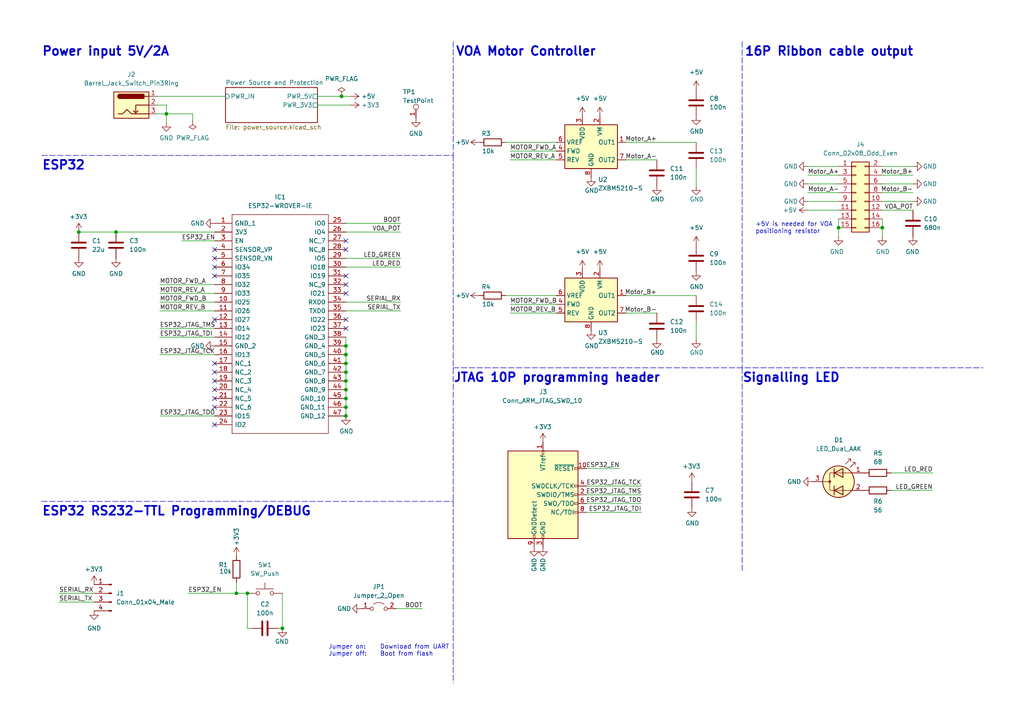
<source format=kicad_sch>
(kicad_sch (version 20211123) (generator eeschema)
  (paper "A4")
  (title_block (title "Voltage Controlled Amplifier (VOA) controller board") (date "2022-10-04") (rev "2.0") (company "Degined by Márk Mihalik"))
  (lib_symbols
    (symbol "Connector:Barrel_Jack_Switch_Pin3Ring" (pin_names hide)
      (property "Reference" "J" (at 0 5.334 0))
      (property "Value" "Barrel_Jack_Switch_Pin3Ring" (at 0 -5.08 0))
      (symbol "Barrel_Jack_Switch_Pin3Ring_0_1"
        (rectangle (start -5.08 3.81) (end 5.08 -3.81) (stroke (width 0.254)) (fill (type background)))
        (arc (start -3.302 3.175) (mid -3.937 2.54) (end -3.302 1.905) (stroke (width 0.254)))
        (arc (start -3.302 3.175) (mid -3.937 2.54) (end -3.302 1.905) (stroke (width 0.254)) (fill (type outline)))
        (polyline (pts (xy 1.27 -2.286) (xy 1.905 -1.651)) (stroke (width 0.254)))
        (polyline (pts (xy 5.08 2.54) (xy 3.81 2.54)) (stroke (width 0.254)))
        (polyline (pts (xy 5.08 0) (xy 1.27 0) (xy 1.27 -2.286) (xy 0.635 -1.651)) (stroke (width 0.254)))
        (polyline (pts (xy -3.81 -2.54) (xy -2.54 -2.54) (xy -1.27 -1.27) (xy 0 -2.54) (xy 2.54 -2.54) (xy 5.08 -2.54)) (stroke (width 0.254)))
        (rectangle (start 3.683 3.175) (end -3.302 1.905) (stroke (width 0.254)) (fill (type outline)))
      )
      (symbol "Barrel_Jack_Switch_Pin3Ring_1_1"
        (pin passive line (at 7.62 2.54 180) (length 2.54) (name "~") (number "1"))
        (pin passive line (at 7.62 0 180) (length 2.54) (name "~") (number "2"))
        (pin passive line (at 7.62 -2.54 180) (length 2.54) (name "~") (number "3"))
      )
    )
    (symbol "Connector:Conn_01x04_Male" (pin_names (offset 1.016) hide)
      (property "Reference" "J" (at 0 5.08 0))
      (property "Value" "Conn_01x04_Male" (at 0 -7.62 0))
      (symbol "Conn_01x04_Male_1_1"
        (polyline (pts (xy 1.27 -5.08) (xy 0.8636 -5.08)) (stroke (width 0.1524)))
        (polyline (pts (xy 1.27 -2.54) (xy 0.8636 -2.54)) (stroke (width 0.1524)))
        (polyline (pts (xy 1.27 0) (xy 0.8636 0)) (stroke (width 0.1524)))
        (polyline (pts (xy 1.27 2.54) (xy 0.8636 2.54)) (stroke (width 0.1524)))
        (rectangle (start 0.8636 -4.953) (end 0 -5.207) (stroke (width 0.1524)) (fill (type outline)))
        (rectangle (start 0.8636 -2.413) (end 0 -2.667) (stroke (width 0.1524)) (fill (type outline)))
        (rectangle (start 0.8636 0.127) (end 0 -0.127) (stroke (width 0.1524)) (fill (type outline)))
        (rectangle (start 0.8636 2.667) (end 0 2.413) (stroke (width 0.1524)) (fill (type outline)))
        (pin passive line (at 5.08 2.54 180) (length 3.81) (name "Pin_1") (number "1"))
        (pin passive line (at 5.08 0 180) (length 3.81) (name "Pin_2") (number "2"))
        (pin passive line (at 5.08 -2.54 180) (length 3.81) (name "Pin_3") (number "3"))
        (pin passive line (at 5.08 -5.08 180) (length 3.81) (name "Pin_4") (number "4"))
      )
    )
    (symbol "Connector:Conn_ARM_JTAG_SWD_10" (pin_names (offset 1.016))
      (property "Reference" "J" (at -2.54 16.51 0))
      (property "Value" "Conn_ARM_JTAG_SWD_10" (at -2.54 13.97 0))
      (symbol "Conn_ARM_JTAG_SWD_10_0_1"
        (rectangle (start -10.16 12.7) (end 10.16 -12.7) (stroke (width 0.254)) (fill (type background)))
        (rectangle (start -2.794 -12.7) (end -2.286 -11.684))
        (rectangle (start -0.254 -12.7) (end 0.254 -11.684))
        (rectangle (start -0.254 12.7) (end 0.254 11.684))
        (rectangle (start 9.144 2.286) (end 10.16 2.794))
        (rectangle (start 10.16 -2.794) (end 9.144 -2.286))
        (rectangle (start 10.16 -0.254) (end 9.144 0.254))
        (rectangle (start 10.16 7.874) (end 9.144 7.366))
      )
      (symbol "Conn_ARM_JTAG_SWD_10_1_1"
        (rectangle (start 9.144 -5.334) (end 10.16 -4.826))
        (pin power_in line (at 0 15.24 270) (length 2.54) (name "VTref") (number "1"))
        (pin open_collector line (at 12.7 7.62 180) (length 2.54) (name "~{RESET}") (number "10"))
        (pin bidirectional line (at 12.7 0 180) (length 2.54) (name "SWDIO/TMS") (number "2"))
        (pin power_in line (at 0 -15.24 90) (length 2.54) (name "GND") (number "3"))
        (pin output line (at 12.7 2.54 180) (length 2.54) (name "SWDCLK/TCK") (number "4"))
        (pin passive line (at 0 -15.24 90) (length 2.54) hide (name "GND") (number "5"))
        (pin input line (at 12.7 -2.54 180) (length 2.54) (name "SWO/TDO") (number "6"))
        (pin no_connect line (at -10.16 0 0) (length 2.54) hide (name "KEY") (number "7"))
        (pin output line (at 12.7 -5.08 180) (length 2.54) (name "NC/TDI") (number "8"))
        (pin passive line (at -2.54 -15.24 90) (length 2.54) (name "GNDDetect") (number "9"))
      )
    )
    (symbol "Connector:TestPoint" (pin_names (offset 0.762) hide)
      (property "Reference" "TP" (at 0 6.858 0))
      (property "Value" "TestPoint" (at 0 5.08 0))
      (symbol "TestPoint_0_1"
        (circle (center 0 3.302) (radius 0.762))
      )
      (symbol "TestPoint_1_1"
        (pin passive line (at 0 0 90) (length 2.54) (name "1") (number "1"))
      )
    )
    (symbol "Connector_Generic:Conn_02x08_Odd_Even" (pin_names (offset 1.016) hide)
      (property "Reference" "J" (at 1.27 10.16 0))
      (property "Value" "Conn_02x08_Odd_Even" (at 1.27 -12.7 0))
      (symbol "Conn_02x08_Odd_Even_1_1"
        (rectangle (start -1.27 -10.033) (end 0 -10.287) (stroke (width 0.1524)))
        (rectangle (start -1.27 -7.493) (end 0 -7.747) (stroke (width 0.1524)))
        (rectangle (start -1.27 -4.953) (end 0 -5.207) (stroke (width 0.1524)))
        (rectangle (start -1.27 -2.413) (end 0 -2.667) (stroke (width 0.1524)))
        (rectangle (start -1.27 0.127) (end 0 -0.127) (stroke (width 0.1524)))
        (rectangle (start -1.27 2.667) (end 0 2.413) (stroke (width 0.1524)))
        (rectangle (start -1.27 5.207) (end 0 4.953) (stroke (width 0.1524)))
        (rectangle (start -1.27 7.747) (end 0 7.493) (stroke (width 0.1524)))
        (rectangle (start -1.27 8.89) (end 3.81 -11.43) (stroke (width 0.254)) (fill (type background)))
        (rectangle (start 3.81 -10.033) (end 2.54 -10.287) (stroke (width 0.1524)))
        (rectangle (start 3.81 -7.493) (end 2.54 -7.747) (stroke (width 0.1524)))
        (rectangle (start 3.81 -4.953) (end 2.54 -5.207) (stroke (width 0.1524)))
        (rectangle (start 3.81 -2.413) (end 2.54 -2.667) (stroke (width 0.1524)))
        (rectangle (start 3.81 0.127) (end 2.54 -0.127) (stroke (width 0.1524)))
        (rectangle (start 3.81 2.667) (end 2.54 2.413) (stroke (width 0.1524)))
        (rectangle (start 3.81 5.207) (end 2.54 4.953) (stroke (width 0.1524)))
        (rectangle (start 3.81 7.747) (end 2.54 7.493) (stroke (width 0.1524)))
        (pin passive line (at -5.08 7.62 0) (length 3.81) (name "Pin_1") (number "1"))
        (pin passive line (at 7.62 -2.54 180) (length 3.81) (name "Pin_10") (number "10"))
        (pin passive line (at -5.08 -5.08 0) (length 3.81) (name "Pin_11") (number "11"))
        (pin passive line (at 7.62 -5.08 180) (length 3.81) (name "Pin_12") (number "12"))
        (pin passive line (at -5.08 -7.62 0) (length 3.81) (name "Pin_13") (number "13"))
        (pin passive line (at 7.62 -7.62 180) (length 3.81) (name "Pin_14") (number "14"))
        (pin passive line (at -5.08 -10.16 0) (length 3.81) (name "Pin_15") (number "15"))
        (pin passive line (at 7.62 -10.16 180) (length 3.81) (name "Pin_16") (number "16"))
        (pin passive line (at 7.62 7.62 180) (length 3.81) (name "Pin_2") (number "2"))
        (pin passive line (at -5.08 5.08 0) (length 3.81) (name "Pin_3") (number "3"))
        (pin passive line (at 7.62 5.08 180) (length 3.81) (name "Pin_4") (number "4"))
        (pin passive line (at -5.08 2.54 0) (length 3.81) (name "Pin_5") (number "5"))
        (pin passive line (at 7.62 2.54 180) (length 3.81) (name "Pin_6") (number "6"))
        (pin passive line (at -5.08 0 0) (length 3.81) (name "Pin_7") (number "7"))
        (pin passive line (at 7.62 0 180) (length 3.81) (name "Pin_8") (number "8"))
        (pin passive line (at -5.08 -2.54 0) (length 3.81) (name "Pin_9") (number "9"))
      )
    )
    (symbol "Device:C" (pin_numbers hide) (pin_names (offset 0.254))
      (property "Reference" "C" (at 0.635 2.54 0))
      (property "Value" "C" (at 0.635 -2.54 0))
      (symbol "C_0_1"
        (polyline (pts (xy -2.032 -0.762) (xy 2.032 -0.762)) (stroke (width 0.508)))
        (polyline (pts (xy -2.032 0.762) (xy 2.032 0.762)) (stroke (width 0.508)))
      )
      (symbol "C_1_1"
        (pin passive line (at 0 3.81 270) (length 2.794) (name "~") (number "1"))
        (pin passive line (at 0 -3.81 90) (length 2.794) (name "~") (number "2"))
      )
    )
    (symbol "Device:LED_Dual_AAK" (pin_names (offset 0) hide)
      (property "Reference" "D" (at 0 5.715 0))
      (property "Value" "LED_Dual_AAK" (at 0 -6.35 0))
      (symbol "LED_Dual_AAK_0_1"
        (circle (center -2.54 0) (radius 0.2794) (fill (type outline)))
        (polyline (pts (xy -4.572 0) (xy -2.54 0)))
        (polyline (pts (xy -1.27 -1.27) (xy -1.27 -3.81)) (stroke (width 0.254)))
        (polyline (pts (xy -1.27 1.27) (xy -1.27 3.81)) (stroke (width 0.254)))
        (polyline (pts (xy 3.81 -2.54) (xy 1.905 -2.54)))
        (polyline (pts (xy 3.81 2.54) (xy 1.905 2.54)))
        (polyline (pts (xy 1.27 -3.81) (xy 1.27 -1.27) (xy -1.27 -2.54) (xy 1.27 -3.81)) (stroke (width 0.254)))
        (polyline (pts (xy 1.27 1.27) (xy 1.27 3.81) (xy -1.27 2.54) (xy 1.27 1.27)) (stroke (width 0.254)))
        (polyline (pts (xy 2.032 2.54) (xy -2.54 2.54) (xy -2.54 -2.54) (xy 2.032 -2.54)))
        (polyline (pts (xy 2.032 5.08) (xy 3.556 6.604) (xy 2.794 6.604) (xy 3.556 6.604) (xy 3.556 5.842)))
        (polyline (pts (xy 3.302 4.064) (xy 4.826 5.588) (xy 4.064 5.588) (xy 4.826 5.588) (xy 4.826 4.826)))
        (circle (center 0 0) (radius 4.572) (stroke (width 0.254)) (fill (type background)))
      )
      (symbol "LED_Dual_AAK_1_1"
        (pin input line (at 7.62 2.54 180) (length 3.81) (name "A1") (number "1"))
        (pin input line (at 7.62 -2.54 180) (length 3.81) (name "A2") (number "2"))
        (pin input line (at -7.62 0 0) (length 3.048) (name "K") (number "3"))
      )
    )
    (symbol "Device:R" (pin_numbers hide) (pin_names (offset 0))
      (property "Reference" "R" (at 2.032 0 90))
      (property "Value" "R" (at 0 0 90))
      (symbol "R_0_1"
        (rectangle (start -1.016 -2.54) (end 1.016 2.54) (stroke (width 0.254)))
      )
      (symbol "R_1_1"
        (pin passive line (at 0 3.81 270) (length 1.27) (name "~") (number "1"))
        (pin passive line (at 0 -3.81 90) (length 1.27) (name "~") (number "2"))
      )
    )
    (symbol "Driver_Motor:ZXBM5210-S"
      (property "Reference" "U" (at -7.62 8.89 0))
      (property "Value" "ZXBM5210-S" (at 10.16 8.89 0))
      (symbol "ZXBM5210-S_0_0"
        (pin output line (at 10.16 2.54 180) (length 2.54) (name "OUT1") (number "1"))
        (pin power_in line (at 2.54 10.16 270) (length 2.54) (name "VM") (number "2"))
        (pin power_in line (at -2.54 10.16 270) (length 2.54) (name "VDD") (number "3"))
        (pin input line (at -10.16 0 0) (length 2.54) (name "FWD") (number "4"))
        (pin input line (at -10.16 -2.54 0) (length 2.54) (name "REV") (number "5"))
        (pin input line (at -10.16 2.54 0) (length 2.54) (name "VREF") (number "6"))
        (pin output line (at 10.16 -2.54 180) (length 2.54) (name "OUT2") (number "7"))
        (pin power_in line (at 0 -7.62 90) (length 2.54) (name "GND") (number "8"))
      )
      (symbol "ZXBM5210-S_0_1"
        (rectangle (start -7.62 7.62) (end 7.62 -5.08) (stroke (width 0.254)) (fill (type background)))
      )
    )
    (symbol "ESP32-WROVER-IE:ESP32-WROVER-IE" (pin_names (offset 0.762))
      (property "Reference" "IC" (at 34.29 7.62 0))
      (property "Value" "ESP32-WROVER-IE" (at 34.29 5.08 0))
      (symbol "ESP32-WROVER-IE_0_0"
        (pin passive line (at 0 0 0) (length 5.08) (name "GND_1") (number "1"))
        (pin passive line (at 0 -22.86 0) (length 5.08) (name "IO25") (number "10"))
        (pin passive line (at 0 -25.4 0) (length 5.08) (name "IO26") (number "11"))
        (pin passive line (at 0 -27.94 0) (length 5.08) (name "IO27") (number "12"))
        (pin passive line (at 0 -30.48 0) (length 5.08) (name "IO14") (number "13"))
        (pin passive line (at 0 -33.02 0) (length 5.08) (name "IO12") (number "14"))
        (pin passive line (at 0 -35.56 0) (length 5.08) (name "GND_2") (number "15"))
        (pin passive line (at 0 -38.1 0) (length 5.08) (name "IO13") (number "16"))
        (pin passive line (at 0 -40.64 0) (length 5.08) (name "NC_1") (number "17"))
        (pin passive line (at 0 -43.18 0) (length 5.08) (name "NC_2") (number "18"))
        (pin passive line (at 0 -45.72 0) (length 5.08) (name "NC_3") (number "19"))
        (pin passive line (at 0 -2.54 0) (length 5.08) (name "3V3") (number "2"))
        (pin passive line (at 0 -48.26 0) (length 5.08) (name "NC_4") (number "20"))
        (pin passive line (at 0 -50.8 0) (length 5.08) (name "NC_5") (number "21"))
        (pin passive line (at 0 -53.34 0) (length 5.08) (name "NC_6") (number "22"))
        (pin passive line (at 0 -55.88 0) (length 5.08) (name "IO15") (number "23"))
        (pin passive line (at 0 -58.42 0) (length 5.08) (name "IO2") (number "24"))
        (pin passive line (at 38.1 0 180) (length 5.08) (name "IO0") (number "25"))
        (pin passive line (at 38.1 -2.54 180) (length 5.08) (name "IO4") (number "26"))
        (pin passive line (at 38.1 -5.08 180) (length 5.08) (name "NC_7") (number "27"))
        (pin passive line (at 38.1 -7.62 180) (length 5.08) (name "NC_8") (number "28"))
        (pin passive line (at 38.1 -10.16 180) (length 5.08) (name "IO5") (number "29"))
        (pin passive line (at 0 -5.08 0) (length 5.08) (name "EN") (number "3"))
        (pin passive line (at 38.1 -12.7 180) (length 5.08) (name "IO18") (number "30"))
        (pin passive line (at 38.1 -15.24 180) (length 5.08) (name "IO19") (number "31"))
        (pin passive line (at 38.1 -17.78 180) (length 5.08) (name "NC_9") (number "32"))
        (pin passive line (at 38.1 -20.32 180) (length 5.08) (name "IO21") (number "33"))
        (pin passive line (at 38.1 -22.86 180) (length 5.08) (name "RXD0") (number "34"))
        (pin passive line (at 38.1 -25.4 180) (length 5.08) (name "TXD0") (number "35"))
        (pin passive line (at 38.1 -27.94 180) (length 5.08) (name "IO22") (number "36"))
        (pin passive line (at 38.1 -30.48 180) (length 5.08) (name "IO23") (number "37"))
        (pin passive line (at 38.1 -33.02 180) (length 5.08) (name "GND_3") (number "38"))
        (pin passive line (at 38.1 -35.56 180) (length 5.08) (name "GND_4") (number "39"))
        (pin passive line (at 0 -7.62 0) (length 5.08) (name "SENSOR_VP") (number "4"))
        (pin passive line (at 38.1 -38.1 180) (length 5.08) (name "GND_5") (number "40"))
        (pin passive line (at 38.1 -40.64 180) (length 5.08) (name "GND_6") (number "41"))
        (pin passive line (at 38.1 -43.18 180) (length 5.08) (name "GND_7") (number "42"))
        (pin passive line (at 38.1 -45.72 180) (length 5.08) (name "GND_8") (number "43"))
        (pin passive line (at 38.1 -48.26 180) (length 5.08) (name "GND_9") (number "44"))
        (pin passive line (at 38.1 -50.8 180) (length 5.08) (name "GND_10") (number "45"))
        (pin passive line (at 38.1 -53.34 180) (length 5.08) (name "GND_11") (number "46"))
        (pin passive line (at 38.1 -55.88 180) (length 5.08) (name "GND_12") (number "47"))
        (pin passive line (at 0 -10.16 0) (length 5.08) (name "SENSOR_VN") (number "5"))
        (pin passive line (at 0 -12.7 0) (length 5.08) (name "IO34") (number "6"))
        (pin passive line (at 0 -15.24 0) (length 5.08) (name "IO35") (number "7"))
        (pin passive line (at 0 -17.78 0) (length 5.08) (name "IO32") (number "8"))
        (pin passive line (at 0 -20.32 0) (length 5.08) (name "IO33") (number "9"))
      )
      (symbol "ESP32-WROVER-IE_0_1"
        (polyline (pts (xy 5.08 2.54) (xy 33.02 2.54) (xy 33.02 -60.96) (xy 5.08 -60.96) (xy 5.08 2.54)) (stroke (width 0.1524)))
      )
    )
    (symbol "Jumper:Jumper_2_Open" (pin_names (offset 0) hide)
      (property "Reference" "JP" (at 0 2.794 0))
      (property "Value" "Jumper_2_Open" (at 0 -2.286 0))
      (symbol "Jumper_2_Open_0_0"
        (circle (center -2.032 0) (radius 0.508))
        (circle (center 2.032 0) (radius 0.508))
      )
      (symbol "Jumper_2_Open_0_1"
        (arc (start 1.524 1.27) (mid 0 1.778) (end -1.524 1.27))
      )
      (symbol "Jumper_2_Open_1_1"
        (pin passive line (at -5.08 0 0) (length 2.54) (name "A") (number "1"))
        (pin passive line (at 5.08 0 180) (length 2.54) (name "B") (number "2"))
      )
    )
    (symbol "Switch:SW_Push" (pin_numbers hide) (pin_names (offset 1.016) hide)
      (property "Reference" "SW" (at 1.27 2.54 0))
      (property "Value" "SW_Push" (at 0 -1.524 0))
      (symbol "SW_Push_0_1"
        (circle (center -2.032 0) (radius 0.508))
        (polyline (pts (xy 0 1.27) (xy 0 3.048)))
        (polyline (pts (xy 2.54 1.27) (xy -2.54 1.27)))
        (circle (center 2.032 0) (radius 0.508))
        (pin passive line (at -5.08 0 0) (length 2.54) (name "1") (number "1"))
        (pin passive line (at 5.08 0 180) (length 2.54) (name "2") (number "2"))
      )
    )
    (symbol "power:+3V3" (power) (pin_names (offset 0))
      (property "Value" "+3V3" (at 0 3.556 0))
      (symbol "+3V3_0_1"
        (polyline (pts (xy -0.762 1.27) (xy 0 2.54)))
        (polyline (pts (xy 0 0) (xy 0 2.54)))
        (polyline (pts (xy 0 2.54) (xy 0.762 1.27)))
      )
      (symbol "+3V3_1_1"
        (pin power_in line (at 0 0 90) (length 0) hide (name "+3V3") (number "1"))
      )
    )
    (symbol "power:+5V" (power) (pin_names (offset 0))
      (property "Value" "+5V" (at 0 3.556 0))
      (symbol "+5V_0_1"
        (polyline (pts (xy -0.762 1.27) (xy 0 2.54)))
        (polyline (pts (xy 0 0) (xy 0 2.54)))
        (polyline (pts (xy 0 2.54) (xy 0.762 1.27)))
      )
      (symbol "+5V_1_1"
        (pin power_in line (at 0 0 90) (length 0) hide (name "+5V") (number "1"))
      )
    )
    (symbol "power:GND" (power) (pin_names (offset 0))
      (property "Value" "GND" (at 0 -3.81 0))
      (symbol "GND_0_1"
        (polyline (pts (xy 0 0) (xy 0 -1.27) (xy 1.27 -1.27) (xy 0 -2.54) (xy -1.27 -1.27) (xy 0 -1.27)))
      )
      (symbol "GND_1_1"
        (pin power_in line (at 0 0 270) (length 0) hide (name "GND") (number "1"))
      )
    )
    (symbol "power:PWR_FLAG" (power) (pin_numbers hide) (pin_names (offset 0) hide)
      (property "Value" "PWR_FLAG" (at 0 3.81 0))
      (symbol "PWR_FLAG_0_0"
        (pin power_out line (at 0 0 90) (length 0) (name "pwr") (number "1"))
      )
      (symbol "PWR_FLAG_0_1"
        (polyline (pts (xy 0 0) (xy 0 1.27) (xy -1.016 1.905) (xy 0 2.54) (xy 1.016 1.905) (xy 0 1.27)))
      )
    )
  )
  (junction (at 100.33 120.65))
  (junction (at 243.205 66.04))
  (junction (at 100.33 110.49))
  (junction (at 255.905 66.04))
  (junction (at 81.915 182.245))
  (junction (at 100.33 113.03))
  (junction (at 33.655 67.31))
  (junction (at 22.86 67.31))
  (junction (at 68.58 172.085))
  (junction (at 100.33 118.11))
  (junction (at 100.33 105.41))
  (junction (at 99.06 27.94))
  (junction (at 48.26 33.02))
  (junction (at 100.33 100.33))
  (junction (at 100.33 107.95))
  (junction (at 100.33 115.57))
  (junction (at 100.33 102.87))
  (junction (at 71.755 172.085))
  (no_connect (at 62.23 118.11))
  (no_connect (at 100.33 80.01))
  (no_connect (at 62.23 113.03))
  (no_connect (at 100.33 85.09))
  (no_connect (at 100.33 72.39))
  (no_connect (at 62.23 110.49))
  (no_connect (at 62.23 105.41))
  (no_connect (at 62.23 80.01))
  (no_connect (at 62.23 77.47))
  (no_connect (at 100.33 82.55))
  (no_connect (at 62.23 107.95))
  (no_connect (at 62.23 123.19))
  (no_connect (at 62.23 92.71))
  (no_connect (at 100.33 95.25))
  (no_connect (at 62.23 74.93))
  (no_connect (at 100.33 69.85))
  (no_connect (at 62.23 72.39))
  (no_connect (at 100.33 92.71))
  (no_connect (at 62.23 115.57))
  (wire (pts (xy 80.645 182.245) (xy 81.915 182.245)))
  (wire (pts (xy 46.355 90.17) (xy 62.23 90.17)))
  (wire (pts (xy 170.18 135.89) (xy 179.705 135.89)))
  (wire (pts (xy 116.205 77.47) (xy 100.33 77.47)))
  (wire (pts (xy 100.33 87.63) (xy 116.205 87.63)))
  (wire (pts (xy 186.055 146.05) (xy 170.18 146.05)))
  (wire (pts (xy 81.915 182.245) (xy 81.915 172.085)))
  (wire (pts (xy 258.445 137.16) (xy 270.51 137.16)))
  (wire (pts (xy 243.205 68.58) (xy 243.205 66.04)))
  (wire (pts (xy 17.145 174.625) (xy 27.305 174.625)))
  (wire (pts (xy 48.26 33.02) (xy 48.26 30.48)))
  (wire (pts (xy 255.905 68.58) (xy 255.905 66.04)))
  (polyline (pts (xy 131.445 45.085) (xy 131.445 145.415)))
  (wire (pts (xy 100.33 118.11) (xy 100.33 120.65)))
  (wire (pts (xy 243.205 60.96) (xy 234.315 60.96)))
  (wire (pts (xy 45.72 33.02) (xy 48.26 33.02)))
  (wire (pts (xy 146.685 85.725) (xy 161.29 85.725)))
  (wire (pts (xy 68.58 172.085) (xy 71.755 172.085)))
  (wire (pts (xy 68.58 168.91) (xy 68.58 172.085)))
  (polyline (pts (xy 131.445 106.68) (xy 285.115 106.68)))
  (wire (pts (xy 147.955 43.815) (xy 161.29 43.815)))
  (wire (pts (xy 17.145 172.085) (xy 27.305 172.085)))
  (wire (pts (xy 264.795 53.34) (xy 255.905 53.34)))
  (wire (pts (xy 243.205 63.5) (xy 243.205 66.04)))
  (wire (pts (xy 92.075 30.48) (xy 101.6 30.48)))
  (wire (pts (xy 161.29 90.805) (xy 147.955 90.805)))
  (wire (pts (xy 46.355 95.25) (xy 62.23 95.25)))
  (wire (pts (xy 71.755 182.245) (xy 71.755 172.085)))
  (wire (pts (xy 52.705 69.85) (xy 62.23 69.85)))
  (wire (pts (xy 100.33 113.03) (xy 100.33 115.57)))
  (wire (pts (xy 100.33 115.57) (xy 100.33 118.11)))
  (wire (pts (xy 234.315 48.26) (xy 243.205 48.26)))
  (wire (pts (xy 48.26 35.56) (xy 48.26 33.02)))
  (wire (pts (xy 100.33 97.79) (xy 100.33 100.33)))
  (wire (pts (xy 255.905 50.8) (xy 264.795 50.8)))
  (wire (pts (xy 181.61 46.355) (xy 190.5 46.355)))
  (wire (pts (xy 147.955 46.355) (xy 161.29 46.355)))
  (wire (pts (xy 186.055 148.59) (xy 170.18 148.59)))
  (wire (pts (xy 255.905 55.88) (xy 264.795 55.88)))
  (wire (pts (xy 100.33 64.77) (xy 116.205 64.77)))
  (wire (pts (xy 46.355 102.87) (xy 62.23 102.87)))
  (wire (pts (xy 186.055 140.97) (xy 170.18 140.97)))
  (wire (pts (xy 92.075 27.94) (xy 99.06 27.94)))
  (wire (pts (xy 234.315 53.34) (xy 243.205 53.34)))
  (wire (pts (xy 46.355 97.79) (xy 62.23 97.79)))
  (wire (pts (xy 54.61 172.085) (xy 68.58 172.085)))
  (polyline (pts (xy 131.445 12.065) (xy 131.445 45.085)))
  (wire (pts (xy 73.025 182.245) (xy 71.755 182.245)))
  (wire (pts (xy 101.6 27.94) (xy 99.06 27.94)))
  (polyline (pts (xy 12.065 145.415) (xy 131.445 145.415)))
  (polyline (pts (xy 131.445 145.415) (xy 131.445 198.12)))
  (wire (pts (xy 100.33 90.17) (xy 116.205 90.17)))
  (wire (pts (xy 114.935 176.53) (xy 122.555 176.53)))
  (wire (pts (xy 100.33 67.31) (xy 116.205 67.31)))
  (wire (pts (xy 243.205 55.88) (xy 234.315 55.88)))
  (wire (pts (xy 45.72 27.94) (xy 65.405 27.94)))
  (wire (pts (xy 46.355 82.55) (xy 62.23 82.55)))
  (wire (pts (xy 181.61 90.805) (xy 190.5 90.805)))
  (wire (pts (xy 201.93 93.345) (xy 201.93 98.425)))
  (wire (pts (xy 243.205 50.8) (xy 234.315 50.8)))
  (wire (pts (xy 100.33 110.49) (xy 100.33 113.03)))
  (wire (pts (xy 264.795 48.26) (xy 255.905 48.26)))
  (wire (pts (xy 258.445 142.24) (xy 270.51 142.24)))
  (wire (pts (xy 48.26 33.02) (xy 55.88 33.02)))
  (wire (pts (xy 264.795 58.42) (xy 255.905 58.42)))
  (wire (pts (xy 46.355 85.09) (xy 62.23 85.09)))
  (wire (pts (xy 46.355 120.65) (xy 62.23 120.65)))
  (wire (pts (xy 33.655 67.31) (xy 62.23 67.31)))
  (wire (pts (xy 181.61 41.275) (xy 201.93 41.275)))
  (wire (pts (xy 161.29 88.265) (xy 147.955 88.265)))
  (wire (pts (xy 100.33 105.41) (xy 100.33 107.95)))
  (wire (pts (xy 186.055 143.51) (xy 170.18 143.51)))
  (wire (pts (xy 100.33 102.87) (xy 100.33 105.41)))
  (wire (pts (xy 45.72 30.48) (xy 48.26 30.48)))
  (polyline (pts (xy 215.265 106.68) (xy 215.265 165.735)))
  (wire (pts (xy 100.33 74.93) (xy 116.205 74.93)))
  (wire (pts (xy 100.33 107.95) (xy 100.33 110.49)))
  (wire (pts (xy 255.905 63.5) (xy 255.905 66.04)))
  (polyline (pts (xy 215.265 12.065) (xy 215.265 106.68)))
  (polyline (pts (xy 12.065 45.085) (xy 131.445 45.085)))
  (wire (pts (xy 62.23 87.63) (xy 46.355 87.63)))
  (wire (pts (xy 264.795 60.96) (xy 255.905 60.96)))
  (wire (pts (xy 55.88 33.02) (xy 55.88 34.925)))
  (wire (pts (xy 22.86 67.31) (xy 33.655 67.31)))
  (wire (pts (xy 146.685 41.275) (xy 161.29 41.275)))
  (wire (pts (xy 234.315 58.42) (xy 243.205 58.42)))
  (wire (pts (xy 100.33 100.33) (xy 100.33 102.87)))
  (wire (pts (xy 201.93 48.895) (xy 201.93 53.975)))
  (wire (pts (xy 181.61 85.725) (xy 201.93 85.725)))
  (text "JTAG 10P programming header" (at 131.445 111.125 0) (effects (font (size 2.54 2.54) (thickness 0.508) bold) (justify left bottom)))
  (text "ESP32\n" (at 12.065 49.53 0) (effects (font (size 2.54 2.54) (thickness 0.508) bold) (justify left bottom)))
  (text "16P Ribbon cable output" (at 215.9 16.51 0) (effects (font (size 2.54 2.54) (thickness 0.508) bold) (justify left bottom)))
  (text "VOA Motor Controller" (at 132.08 16.51 0) (effects (font (size 2.54 2.54) (thickness 0.508) bold) (justify left bottom)))
  (text "ESP32 RS232-TTL Programming/DEBUG" (at 12.065 149.86 0) (effects (font (size 2.54 2.54) (thickness 0.508) bold) (justify left bottom)))
  (text "Signalling LED" (at 215.265 111.125 0) (effects (font (size 2.54 2.54) (thickness 0.508) bold) (justify left bottom)))
  (text "Jumper on:	Download from UART\nJumper off:	Boot from flash" (at 95.25 190.5 0) (effects (font (size 1.27 1.27)) (justify left bottom)))
  (text "Power input 5V/2A" (at 12.065 16.51 0) (effects (font (size 2.54 2.54) (thickness 0.508) bold) (justify left bottom)))
  (text "+5V is needed for VOA\npositioning resistor" (at 219.075 67.945 0) (effects (font (size 1.27 1.27)) (justify left bottom)))
  (label "LED_GREEN" (at 270.51 142.24 180))
  (label "MOTOR_REV_B" (at 46.355 90.17 0))
  (label "ESP32_JTAG_TMS" (at 46.355 95.25 0))
  (label "ESP32_EN" (at 54.61 172.085 0))
  (label "BOOT" (at 116.205 64.77 180))
  (label "LED_RED" (at 116.205 77.47 180))
  (label "SERIAL_TX" (at 116.205 90.17 180))
  (label "SERIAL_RX" (at 116.205 87.63 180))
  (label "Motor_A+" (at 234.315 50.8 0))
  (label "ESP32_EN" (at 179.705 135.89 180))
  (label "MOTOR_REV_A" (at 46.355 85.09 0))
  (label "LED_RED" (at 270.51 137.16 180))
  (label "Motor_B+" (at 190.5 85.725 180))
  (label "ESP32_JTAG_TDO" (at 46.355 120.65 0))
  (label "ESP32_JTAG_TDI" (at 46.355 97.79 0))
  (label "Motor_A-" (at 190.5 46.355 180))
  (label "ESP32_JTAG_TMS" (at 186.055 143.51 180))
  (label "Motor_A+" (at 190.5 41.275 180))
  (label "Motor_B+" (at 264.795 50.8 180))
  (label "Motor_B-" (at 190.5 90.805 180))
  (label "MOTOR_FWD_A" (at 46.355 82.55 0))
  (label "ESP32_JTAG_TDI" (at 186.055 148.59 180))
  (label "ESP32_JTAG_TDO" (at 186.055 146.05 180))
  (label "Motor_A-" (at 234.315 55.88 0))
  (label "VOA_POT" (at 116.205 67.31 180))
  (label "MOTOR_REV_A" (at 147.955 46.355 0))
  (label "BOOT" (at 122.555 176.53 180))
  (label "MOTOR_FWD_B" (at 46.355 87.63 0))
  (label "SERIAL_TX" (at 17.145 174.625 0))
  (label "ESP32_JTAG_TCK" (at 186.055 140.97 180))
  (label "MOTOR_REV_B" (at 147.955 90.805 0))
  (label "Motor_B-" (at 264.795 55.88 180))
  (label "MOTOR_FWD_B" (at 147.955 88.265 0))
  (label "SERIAL_RX" (at 17.145 172.085 0))
  (label "MOTOR_FWD_A" (at 147.955 43.815 0))
  (label "VOA_POT" (at 264.795 60.96 180))
  (label "ESP32_JTAG_TCK" (at 46.355 102.87 0))
  (label "ESP32_EN" (at 52.705 69.85 0))
  (label "LED_GREEN" (at 116.205 74.93 180))
  (symbol (lib_id "power:+5V") (at 201.93 71.12 0) (unit 1)
    (property "Reference" "#PWR032" (effects hide))
    (property "Value" "+5V" (at 201.93 66.04 0))
  )
  (symbol (lib_id "power:GND") (at 157.48 158.75 0) (unit 1)
    (property "Reference" "#PWR021" (effects hide))
    (property "Value" "GND" (at 157.48 163.83 90))
  )
  (symbol (lib_id "power:GND") (at 120.65 34.29 0) (unit 1)
    (property "Reference" "#PWR0111" (effects hide))
    (property "Value" "GND" (at 120.65 38.735 0))
  )
  (symbol (lib_id "Device:C") (at 76.835 182.245 270) (mirror x) (unit 1)
    (property "Reference" "C2" (at 76.835 175.26 90))
    (property "Value" "100n" (at 76.835 177.8 90))
    (property "Footprint" "Capacitor_SMD:C_0805_2012Metric_Pad1.18x1.45mm_HandSolder" (effects hide))
    (property "Lomex" "82-13-46" (effects hide))
  )
  (symbol (lib_id "Device:C") (at 190.5 94.615 0) (unit 1)
    (property "Reference" "C12" (at 194.31 93.3449 0) (effects (justify left)))
    (property "Value" "100n" (at 194.31 95.8849 0) (effects (justify left)))
    (property "Footprint" "Capacitor_SMD:C_0805_2012Metric_Pad1.18x1.45mm_HandSolder" (effects hide))
    (property "Lomex" "82-13-46" (effects hide))
  )
  (symbol (lib_id "power:GND") (at 200.66 147.32 0) (unit 1)
    (property "Reference" "#PWR029" (effects hide))
    (property "Value" "GND" (at 198.755 151.765 0) (effects (justify left)))
  )
  (symbol (lib_id "power:GND") (at 234.315 48.26 270) (unit 1)
    (property "Reference" "#PWR035" (effects hide))
    (property "Value" "GND" (at 227.33 48.26 90) (effects (justify left)))
  )
  (symbol (lib_id "power:GND") (at 201.93 98.425 0) (unit 1)
    (property "Reference" "#PWR048" (effects hide))
    (property "Value" "GND" (at 200.025 102.235 0) (effects (justify left)))
  )
  (symbol (lib_id "power:GND") (at 201.93 53.975 0) (unit 1)
    (property "Reference" "#PWR047" (effects hide))
    (property "Value" "GND" (at 200.025 57.785 0) (effects (justify left)))
  )
  (symbol (lib_id "power:GND") (at 201.93 78.74 0) (unit 1)
    (property "Reference" "#PWR033" (effects hide))
    (property "Value" "GND" (at 200.025 83.185 0) (effects (justify left)))
  )
  (symbol (lib_id "power:GND") (at 264.795 48.26 90) (unit 1)
    (property "Reference" "#PWR041" (effects hide))
    (property "Value" "GND" (at 271.78 48.26 90) (effects (justify left)))
  )
  (symbol (lib_id "power:GND") (at 62.23 64.77 270) (unit 1)
    (property "Reference" "#PWR09" (effects hide))
    (property "Value" "GND" (at 55.245 64.77 90) (effects (justify left)))
  )
  (symbol (lib_id "Driver_Motor:ZXBM5210-S") (at 171.45 88.265 0) (unit 1)
    (property "Reference" "U3" (at 173.4694 96.52 0) (effects (justify left)))
    (property "Value" "ZXBM5210-S" (at 173.4694 99.06 0) (effects (justify left)))
    (property "Footprint" "Package_SO:SOIC-8_3.9x4.9mm_P1.27mm" (effects hide))
    (property "Datasheet" "https://www.diodes.com/assets/Datasheets/ZXBM5210.pdf" (effects hide))
    (property "Mouser" "621-ZXBM5210-S-13" (effects hide))
  )
  (symbol (lib_id "Device:C") (at 201.93 45.085 0) (unit 1)
    (property "Reference" "C13" (at 205.74 43.8149 0) (effects (justify left)))
    (property "Value" "100n" (at 205.74 46.3549 0) (effects (justify left)))
    (property "Footprint" "Capacitor_SMD:C_0805_2012Metric_Pad1.18x1.45mm_HandSolder" (effects hide))
    (property "Lomex" "82-13-46" (effects hide))
  )
  (symbol (lib_id "Device:R") (at 254.635 142.24 90) (unit 1)
    (property "Reference" "R6" (at 254.635 145.415 90))
    (property "Value" "56" (at 254.635 147.955 90))
    (property "Footprint" "Resistor_SMD:R_0805_2012Metric_Pad1.20x1.40mm_HandSolder" (effects hide))
    (property "Lomex" "80-10-71" (effects hide))
  )
  (symbol (lib_id "power:GND") (at 264.795 68.58 0) (mirror y) (unit 1)
    (property "Reference" "#PWR038" (effects hide))
    (property "Value" "GND" (at 266.7 73.025 0) (effects (justify left)))
  )
  (symbol (lib_id "Device:C") (at 201.93 29.845 0) (unit 1)
    (property "Reference" "C8" (at 205.74 28.5749 0) (effects (justify left)))
    (property "Value" "100n" (at 205.74 31.1149 0) (effects (justify left)))
    (property "Footprint" "Capacitor_SMD:C_0805_2012Metric_Pad1.18x1.45mm_HandSolder" (effects hide))
    (property "Lomex" "82-13-46" (effects hide))
  )
  (symbol (lib_id "power:+5V") (at 168.91 33.655 0) (unit 1)
    (property "Reference" "#PWR022" (effects hide))
    (property "Value" "+5V" (at 168.91 28.575 0))
  )
  (symbol (lib_id "power:GND") (at 171.45 95.885 0) (unit 1)
    (property "Reference" "#PWR025" (effects hide))
    (property "Value" "GND" (at 169.545 100.33 0) (effects (justify left)))
  )
  (symbol (lib_id "power:+3V3") (at 22.86 67.31 0) (unit 1)
    (property "Reference" "#PWR01" (effects hide))
    (property "Value" "+3V3" (at 25.4 62.865 0) (effects (justify right)))
  )
  (symbol (lib_id "power:+3V3") (at 101.6 30.48 270) (unit 1)
    (property "Reference" "#PWR0103" (effects hide))
    (property "Value" "+3V3" (at 104.775 30.4799 90) (effects (justify left)))
  )
  (symbol (lib_id "power:GND") (at 190.5 98.425 0) (unit 1)
    (property "Reference" "#PWR046" (effects hide))
    (property "Value" "GND" (at 188.595 102.235 0) (effects (justify left)))
  )
  (symbol (lib_id "power:GND") (at 154.94 158.75 0) (unit 1)
    (property "Reference" "#PWR019" (effects hide))
    (property "Value" "GND" (at 154.94 163.83 90))
  )
  (symbol (lib_id "power:GND") (at 27.305 177.165 0) (unit 1)
    (property "Reference" "#PWR06" (effects hide))
    (property "Value" "GND" (at 27.305 182.245 0))
  )
  (symbol (lib_id "Device:R") (at 254.635 137.16 90) (unit 1)
    (property "Reference" "R5" (at 254.635 131.445 90))
    (property "Value" "68" (at 254.635 133.985 90))
    (property "Footprint" "Resistor_SMD:R_0805_2012Metric_Pad1.20x1.40mm_HandSolder" (effects hide))
    (property "Lomex" "80-56-46" (effects hide))
  )
  (symbol (lib_id "power:GND") (at 62.23 100.33 270) (unit 1)
    (property "Reference" "#PWR010" (effects hide))
    (property "Value" "GND" (at 55.245 100.33 90) (effects (justify left)))
  )
  (symbol (lib_id "power:GND") (at 264.795 53.34 90) (unit 1)
    (property "Reference" "#PWR042" (effects hide))
    (property "Value" "GND" (at 271.78 53.34 90) (effects (justify left)))
  )
  (symbol (lib_id "Connector:Conn_ARM_JTAG_SWD_10") (at 157.48 143.51 0) (unit 1)
    (property "Reference" "J3" (at 158.75 113.665 0) (effects (justify right)))
    (property "Value" "Conn_ARM_JTAG_SWD_10" (at 168.91 116.205 0) (effects (justify right)))
    (property "Footprint" "Connector_PinHeader_1.27mm:PinHeader_2x05_P1.27mm_Vertical_SMD" (effects hide))
    (property "Datasheet" "http://infocenter.arm.com/help/topic/com.arm.doc.ddi0314h/DDI0314H_coresight_components_trm.pdf" (effects hide))
    (property "Lomex" "43-15-33" (effects hide))
  )
  (symbol (lib_id "power:+5V") (at 139.065 85.725 90) (unit 1)
    (property "Reference" "#PWR018" (effects hide))
    (property "Value" "+5V" (at 132.08 85.725 90) (effects (justify right)))
  )
  (symbol (lib_id "power:GND") (at 190.5 53.975 0) (unit 1)
    (property "Reference" "#PWR045" (effects hide))
    (property "Value" "GND" (at 188.595 57.785 0) (effects (justify left)))
  )
  (symbol (lib_id "ESP32-WROVER-IE:ESP32-WROVER-IE") (at 62.23 64.77 0) (unit 1)
    (property "Reference" "IC1" (at 81.28 57.15 0))
    (property "Value" "ESP32-WROVER-IE" (at 81.28 59.69 0))
    (property "Footprint" "ESP32-WROVER-IE:ESP32WROVERIE" (effects hide))
    (property "Datasheet" "https://www.espressif.com/sites/default/files/documentation/esp32-wrover-e_esp32-wrover-ie_datasheet_en.pdf" (effects hide))
    (property "Description" "Bluetooth, WiFi 802.11b/g/n, Bluetooth v4.2 +EDR Transceiver Module 2.4GHz ~{} 2.5GHz Antenna Not Included, I-PEX Surface Mount" (effects hide))
    (property "Height" "3.45" (effects hide))
    (property "Manufacturer_Name" "Espressif Systems" (effects hide))
    (property "Manufacturer_Part_Number" "ESP32-WROVER-IE" (effects hide))
    (property "Mouser" "356-ESP32WVIE23264UC" (effects hide))
  )
  (symbol (lib_id "power:+5V") (at 173.99 78.105 0) (unit 1)
    (property "Reference" "#PWR027" (effects hide))
    (property "Value" "+5V" (at 173.99 73.025 0))
  )
  (symbol (lib_id "power:GND") (at 81.915 182.245 0) (mirror y) (unit 1)
    (property "Reference" "#PWR0101" (effects hide))
    (property "Value" "GND" (at 83.82 186.055 0) (effects (justify left)))
  )
  (symbol (lib_id "power:+5V") (at 201.93 26.035 0) (unit 1)
    (property "Reference" "#PWR030" (effects hide))
    (property "Value" "+5V" (at 201.93 20.955 0))
  )
  (symbol (lib_id "Device:C") (at 201.93 74.93 0) (unit 1)
    (property "Reference" "C9" (at 205.74 73.6599 0) (effects (justify left)))
    (property "Value" "100n" (at 205.74 76.1999 0) (effects (justify left)))
    (property "Footprint" "Capacitor_SMD:C_0805_2012Metric_Pad1.18x1.45mm_HandSolder" (effects hide))
    (property "Lomex" "82-13-46" (effects hide))
  )
  (symbol (lib_id "Device:C") (at 33.655 71.12 0) (unit 1)
    (property "Reference" "C3" (at 37.465 69.8499 0) (effects (justify left)))
    (property "Value" "100n" (at 37.465 72.3899 0) (effects (justify left)))
    (property "Footprint" "Capacitor_SMD:C_0805_2012Metric_Pad1.18x1.45mm_HandSolder" (effects hide))
    (property "Lomex" "82-13-46" (effects hide))
  )
  (symbol (lib_id "Device:C") (at 200.66 143.51 0) (unit 1)
    (property "Reference" "C7" (at 204.47 142.2399 0) (effects (justify left)))
    (property "Value" "100n" (at 204.47 144.7799 0) (effects (justify left)))
    (property "Footprint" "Capacitor_SMD:C_0805_2012Metric_Pad1.18x1.45mm_HandSolder" (effects hide))
    (property "Lomex" "82-13-46" (effects hide))
  )
  (symbol (lib_id "Device:R") (at 142.875 41.275 90) (unit 1)
    (property "Reference" "R3" (at 140.97 38.735 90))
    (property "Value" "10k" (at 141.605 43.815 90))
    (property "Footprint" "Resistor_SMD:R_0805_2012Metric_Pad1.20x1.40mm_HandSolder" (effects hide))
    (property "Lomex" "80-54-49" (effects hide))
  )
  (symbol (lib_id "Device:C") (at 190.5 50.165 0) (unit 1)
    (property "Reference" "C11" (at 194.31 48.8949 0) (effects (justify left)))
    (property "Value" "100n" (at 194.31 51.4349 0) (effects (justify left)))
    (property "Footprint" "Capacitor_SMD:C_0805_2012Metric_Pad1.18x1.45mm_HandSolder" (effects hide))
    (property "Lomex" "82-13-46" (effects hide))
  )
  (symbol (lib_id "power:GND") (at 235.585 139.7 270) (unit 1)
    (property "Reference" "#PWR034" (effects hide))
    (property "Value" "GND" (at 232.41 139.6999 90) (effects (justify right)))
  )
  (symbol (lib_id "Device:R") (at 142.875 85.725 90) (unit 1)
    (property "Reference" "R4" (at 140.97 83.185 90))
    (property "Value" "10k" (at 141.605 88.265 90))
    (property "Footprint" "Resistor_SMD:R_0805_2012Metric_Pad1.20x1.40mm_HandSolder" (effects hide))
    (property "Lomex" "80-54-49" (effects hide))
  )
  (symbol (lib_id "Connector_Generic:Conn_02x08_Odd_Even") (at 248.285 55.88 0) (unit 1)
    (property "Reference" "J4" (at 249.555 41.91 0))
    (property "Value" "Conn_02x08_Odd_Even" (at 249.555 44.45 0))
    (property "Footprint" "Connector_IDC:IDC-Header_2x08_P2.54mm_Latch_Vertical" (effects hide))
    (property "Lomex" "43-01-07" (effects hide))
  )
  (symbol (lib_id "Device:C") (at 201.93 89.535 0) (unit 1)
    (property "Reference" "C14" (at 205.74 88.2649 0) (effects (justify left)))
    (property "Value" "100n" (at 205.74 90.8049 0) (effects (justify left)))
    (property "Footprint" "Capacitor_SMD:C_0805_2012Metric_Pad1.18x1.45mm_HandSolder" (effects hide))
    (property "Lomex" "82-13-46" (effects hide))
  )
  (symbol (lib_id "power:+3V3") (at 68.58 161.29 0) (unit 1)
    (property "Reference" "#PWR0102" (effects hide))
    (property "Value" "+3V3" (at 68.58 153.035 90) (effects (justify right)))
  )
  (symbol (lib_id "power:+5V") (at 168.91 78.105 0) (unit 1)
    (property "Reference" "#PWR023" (effects hide))
    (property "Value" "+5V" (at 168.91 73.025 0))
  )
  (symbol (lib_id "power:GND") (at 48.26 35.56 0) (unit 1)
    (property "Reference" "#PWR08" (effects hide))
    (property "Value" "GND" (at 48.26 40.005 0))
  )
  (symbol (lib_id "power:GND") (at 255.905 68.58 0) (unit 1)
    (property "Reference" "#PWR040" (effects hide))
    (property "Value" "GND" (at 254 73.025 0) (effects (justify left)))
  )
  (symbol (lib_id "power:GND") (at 264.795 58.42 90) (unit 1)
    (property "Reference" "#PWR043" (effects hide))
    (property "Value" "GND" (at 271.78 58.42 90) (effects (justify left)))
  )
  (symbol (lib_id "power:GND") (at 234.315 53.34 270) (unit 1)
    (property "Reference" "#PWR036" (effects hide))
    (property "Value" "GND" (at 227.33 53.34 90) (effects (justify left)))
  )
  (symbol (lib_id "power:+5V") (at 234.315 60.96 90) (unit 1)
    (property "Reference" "#PWR044" (effects hide))
    (property "Value" "+5V" (at 231.14 60.9599 90) (effects (justify left)))
  )
  (symbol (lib_id "power:GND") (at 33.655 74.93 0) (unit 1)
    (property "Reference" "#PWR07" (effects hide))
    (property "Value" "GND" (at 33.655 79.375 0))
  )
  (symbol (lib_id "Device:LED_Dual_AAK") (at 243.205 139.7 0) (unit 1)
    (property "Reference" "D1" (at 243.2685 127.635 0))
    (property "Value" "LED_Dual_AAK" (at 243.2685 130.175 0))
    (property "Footprint" "Package_TO_SOT_SMD:SOT-23" (effects hide))
    (property "Lomex" "95-00-13" (effects hide))
  )
  (symbol (lib_id "Jumper:Jumper_2_Open") (at 109.855 176.53 0) (unit 1)
    (property "Reference" "JP1" (at 109.855 170.18 0))
    (property "Value" "Jumper_2_Open" (at 109.855 172.72 0))
    (property "Footprint" "Connector_PinHeader_2.54mm:PinHeader_1x02_P2.54mm_Vertical" (effects hide))
  )
  (symbol (lib_id "power:GND") (at 100.33 120.65 0) (unit 1)
    (property "Reference" "#PWR013" (effects hide))
    (property "Value" "GND" (at 98.425 125.095 0) (effects (justify left)))
  )
  (symbol (lib_id "power:+3V3") (at 200.66 139.7 0) (unit 1)
    (property "Reference" "#PWR028" (effects hide))
    (property "Value" "+3V3" (at 203.2 135.255 0) (effects (justify right)))
  )
  (symbol (lib_id "power:PWR_FLAG") (at 55.88 34.925 180) (unit 1)
    (property "Reference" "#FLG0101" (effects hide))
    (property "Value" "PWR_FLAG" (at 55.88 40.005 0))
  )
  (symbol (lib_id "Device:R") (at 68.58 165.1 180) (unit 1)
    (property "Reference" "R1" (at 64.77 163.83 0))
    (property "Value" "10k" (at 65.405 165.735 0))
    (property "Footprint" "Resistor_SMD:R_0805_2012Metric_Pad1.20x1.40mm_HandSolder" (effects hide))
    (property "Lomex" "80-54-49" (effects hide))
  )
  (symbol (lib_id "Device:C") (at 22.86 71.12 0) (unit 1)
    (property "Reference" "C1" (at 26.67 69.8499 0) (effects (justify left)))
    (property "Value" "22u" (at 26.67 72.3899 0) (effects (justify left)))
    (property "Footprint" "Capacitor_SMD:C_0805_2012Metric_Pad1.18x1.45mm_HandSolder" (effects hide))
    (property "Lomex" "82-10-19" (effects hide))
  )
  (symbol (lib_id "power:+5V") (at 139.065 41.275 90) (unit 1)
    (property "Reference" "#PWR017" (effects hide))
    (property "Value" "+5V" (at 132.08 41.275 90) (effects (justify right)))
  )
  (symbol (lib_id "power:+3V3") (at 27.305 169.545 0) (unit 1)
    (property "Reference" "#PWR05" (effects hide))
    (property "Value" "+3V3" (at 29.845 165.1 0) (effects (justify right)))
  )
  (symbol (lib_id "power:+3V3") (at 157.48 128.27 0) (unit 1)
    (property "Reference" "#PWR020" (effects hide))
    (property "Value" "+3V3" (at 160.02 123.825 0) (effects (justify right)))
  )
  (symbol (lib_id "Switch:SW_Push") (at 76.835 172.085 0) (mirror y) (unit 1)
    (property "Reference" "SW1" (at 76.835 163.83 0))
    (property "Value" "SW_Push" (at 76.835 166.37 0))
    (property "Footprint" "Button_Switch_THT:SW_PUSH_6mm_H7.3mm" (effects hide))
    (property "Lomex" "45-11-28" (effects hide))
  )
  (symbol (lib_id "power:GND") (at 104.775 176.53 270) (unit 1)
    (property "Reference" "#PWR015" (effects hide))
    (property "Value" "GND" (at 97.79 176.53 90) (effects (justify left)))
  )
  (symbol (lib_id "Connector:Conn_01x04_Male") (at 32.385 172.085 0) (mirror y) (unit 1)
    (property "Reference" "J1" (at 33.655 172.0849 0) (effects (justify right)))
    (property "Value" "Conn_01x04_Male" (at 33.655 174.6249 0) (effects (justify right)))
    (property "Footprint" "Connector_PinHeader_2.54mm:PinHeader_1x04_P2.54mm_Vertical" (effects hide))
  )
  (symbol (lib_id "Device:C") (at 264.795 64.77 0) (unit 1)
    (property "Reference" "C10" (at 267.97 63.4999 0) (effects (justify left)))
    (property "Value" "680n" (at 267.97 66.0399 0) (effects (justify left)))
    (property "Footprint" "Capacitor_SMD:C_0805_2012Metric_Pad1.18x1.45mm_HandSolder" (effects hide))
    (property "Lomex" "82-12-15" (effects hide))
  )
  (symbol (lib_id "power:GND") (at 243.205 68.58 0) (unit 1)
    (property "Reference" "#PWR039" (effects hide))
    (property "Value" "GND" (at 240.665 73.025 0) (effects (justify left)))
  )
  (symbol (lib_id "Connector:Barrel_Jack_Switch_Pin3Ring") (at 38.1 30.48 0) (unit 1)
    (property "Reference" "J2" (at 38.1 21.59 0))
    (property "Value" "Barrel_Jack_Switch_Pin3Ring" (at 38.1 24.13 0))
    (property "Footprint" "Connector_BarrelJack:BarrelJack_Horizontal" (effects hide))
    (property "Lomex" "43-07-67" (effects hide))
  )
  (symbol (lib_id "power:PWR_FLAG") (at 99.06 27.94 0) (unit 1)
    (property "Reference" "#FLG01" (effects hide))
    (property "Value" "PWR_FLAG" (at 99.06 22.86 0))
  )
  (symbol (lib_id "Connector:TestPoint") (at 120.65 34.29 0) (unit 1)
    (property "Reference" "TP1" (at 116.84 26.67 0) (effects (justify left)))
    (property "Value" "TestPoint" (at 116.84 29.21 0) (effects (justify left)))
    (property "Footprint" "Connector_PinHeader_2.54mm:PinHeader_1x01_P2.54mm_Vertical" (effects hide))
  )
  (symbol (lib_id "Driver_Motor:ZXBM5210-S") (at 171.45 43.815 0) (unit 1)
    (property "Reference" "U2" (at 173.4694 52.07 0) (effects (justify left)))
    (property "Value" "ZXBM5210-S" (at 173.4694 54.61 0) (effects (justify left)))
    (property "Footprint" "Package_SO:SOIC-8_3.9x4.9mm_P1.27mm" (effects hide))
    (property "Datasheet" "https://www.diodes.com/assets/Datasheets/ZXBM5210.pdf" (effects hide))
    (property "Mouser" "621-ZXBM5210-S-13" (effects hide))
  )
  (symbol (lib_id "power:GND") (at 171.45 51.435 0) (unit 1)
    (property "Reference" "#PWR024" (effects hide))
    (property "Value" "GND" (at 169.545 55.245 0) (effects (justify left)))
  )
  (symbol (lib_id "power:GND") (at 201.93 33.655 0) (unit 1)
    (property "Reference" "#PWR031" (effects hide))
    (property "Value" "GND" (at 200.025 38.1 0) (effects (justify left)))
  )
  (symbol (lib_id "power:+5V") (at 101.6 27.94 270) (unit 1)
    (property "Reference" "#PWR011" (effects hide))
    (property "Value" "+5V" (at 104.775 27.9399 90) (effects (justify left)))
  )
  (symbol (lib_id "power:GND") (at 22.86 74.93 0) (unit 1)
    (property "Reference" "#PWR02" (effects hide))
    (property "Value" "GND" (at 22.86 79.375 0))
  )
  (symbol (lib_id "power:+5V") (at 173.99 33.655 0) (unit 1)
    (property "Reference" "#PWR026" (effects hide))
    (property "Value" "+5V" (at 173.99 28.575 0))
  )
  (symbol (lib_id "power:GND") (at 234.315 58.42 270) (unit 1)
    (property "Reference" "#PWR037" (effects hide))
    (property "Value" "GND" (at 227.33 58.42 90) (effects (justify left)))
  )
  (sheet (at 65.405 25.4) (size 26.67 10.16) (stroke (width 0.1524))
    (property "Sheet name" "Power Source and Protection" (at 65.405 24.6884 0) (effects (justify left bottom)))
    (property "Sheet file" "power_source.kicad_sch" (at 65.405 36.1446 0) (effects (justify left top)))
    (pin "PWR_5V" passive (at 92.075 27.94 0))
    (pin "PWR_IN" input (at 65.405 27.94 180))
    (pin "PWR_3V3" passive (at 92.075 30.48 0))
  )
)
</source>
